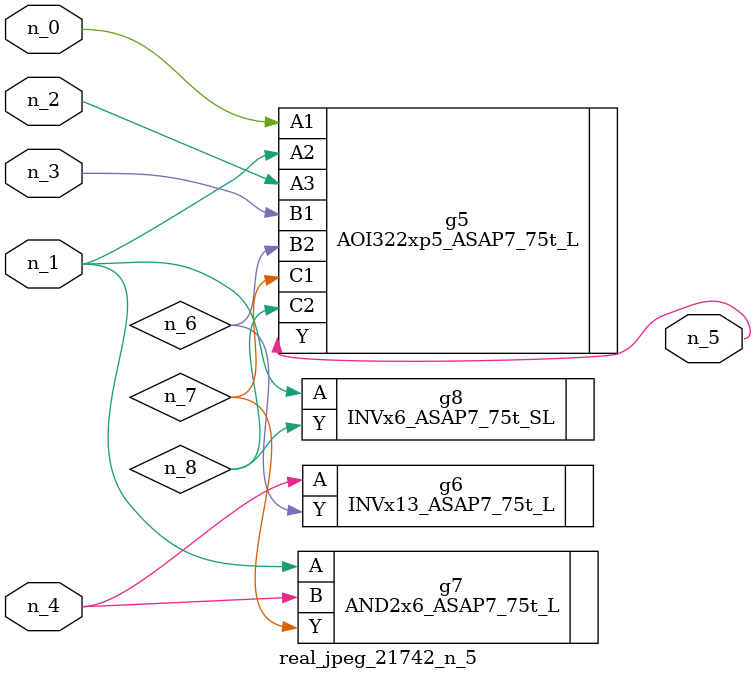
<source format=v>
module real_jpeg_21742_n_5 (n_4, n_0, n_1, n_2, n_3, n_5);

input n_4;
input n_0;
input n_1;
input n_2;
input n_3;

output n_5;

wire n_8;
wire n_6;
wire n_7;

AOI322xp5_ASAP7_75t_L g5 ( 
.A1(n_0),
.A2(n_1),
.A3(n_2),
.B1(n_3),
.B2(n_6),
.C1(n_7),
.C2(n_8),
.Y(n_5)
);

AND2x6_ASAP7_75t_L g7 ( 
.A(n_1),
.B(n_4),
.Y(n_7)
);

INVx6_ASAP7_75t_SL g8 ( 
.A(n_1),
.Y(n_8)
);

INVx13_ASAP7_75t_L g6 ( 
.A(n_4),
.Y(n_6)
);


endmodule
</source>
